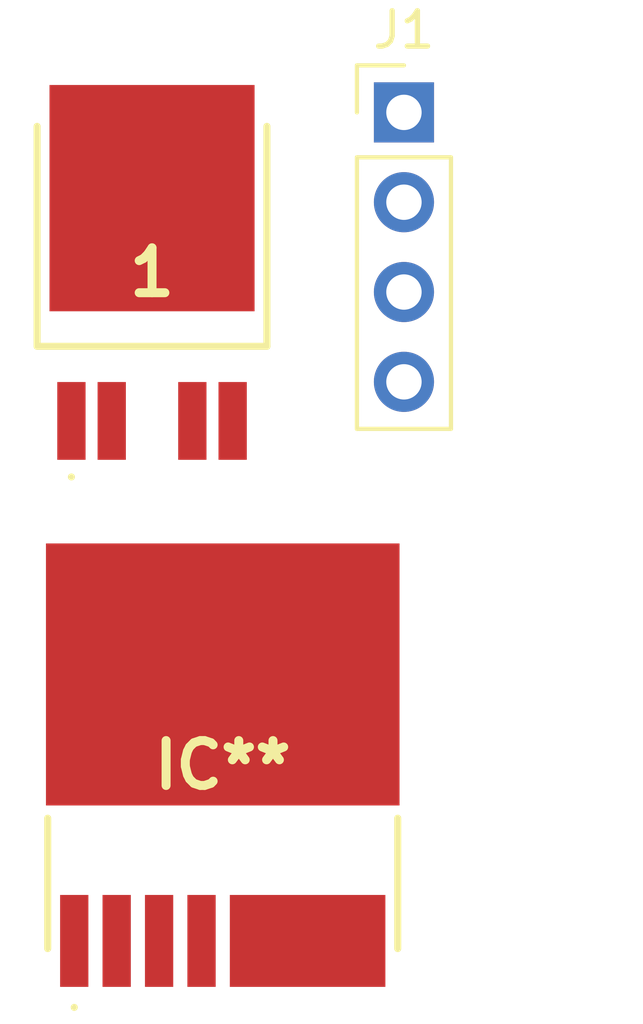
<source format=kicad_pcb>
(kicad_pcb (version 20211014) (generator pcbnew)
  (layers (0 "F.Cu" signal) (31 "B.Cu" signal) (34 "B.Paste" user) (35 "F.Paste" user) (36 "B.SilkS" user "B.Silkscreen") (37 "F.SilkS" user "F.Silkscreen") (38 "B.Mask" user) (39 "F.Mask" user) (44 "Edge.Cuts" user))
  (net 0 "")
  (footprint "Connector_PinHeader_2.54mm:PinHeader_1x04_P2.54mm_Vertical" (layer "F.Cu") (at 57.125 48.54)
    (fp_text reference "J1" (at 0 -2.33) (layer "F.SilkS"))
    (fp_text value "Conn_01x04_Male")
    (fp_line (start 1.33 1.27) (end 1.33 8.95) (layer "F.SilkS") (width 0.12))
    (fp_line (start -1.33 -1.33) (end 0 -1.33) (layer "F.SilkS") (width 0.12))
    (fp_line (start -1.33 0) (end -1.33 -1.33) (layer "F.SilkS") (width 0.12))
    (fp_line (start -1.33 1.27) (end -1.33 8.95) (layer "F.SilkS") (width 0.12))
    (fp_line (start -1.33 8.95) (end 1.33 8.95) (layer "F.SilkS") (width 0.12))
    (fp_line (start -1.33 1.27) (end 1.33 1.27) (layer "F.SilkS") (width 0.12))
    (pad "1" thru_hole rect (at 0 0) (size 1.7 1.7) (drill 1) (layers *.Cu *.Mask))
    (pad "2" thru_hole oval (at 0 2.54) (size 1.7 1.7) (drill 1) (layers *.Cu *.Mask))
    (pad "3" thru_hole oval (at 0 5.08) (size 1.7 1.7) (drill 1) (layers *.Cu *.Mask))
    (pad "4" thru_hole oval (at 0 7.62) (size 1.7 1.7) (drill 1) (layers *.Cu *.Mask))
  )
  (footprint "PDM_Additional:BTS500101LUAAUMA1" (layer "F.Cu") (at 52 67)
    (fp_text reference "IC**" (at 0 0) (layer "F.SilkS") (effects (font (size 1.27 1.27) (thickness 0.254))))
    (fp_text value "BTS500101LUAAUMA1" hide)
    (fp_line (start -4.2 6.8) (end -4.2 6.8) (layer "F.SilkS") (width 0.1))
    (fp_line (start 4.95 1.5) (end 4.95 5.188) (layer "F.SilkS") (width 0.2))
    (fp_line (start -4.2 6.9) (end -4.2 6.9) (layer "F.SilkS") (width 0.1))
    (fp_line (start -4.95 1.5) (end -4.95 5.188) (layer "F.SilkS") (width 0.2))
    (fp_arc (start -4.2 6.8) (mid -4.15 6.85) (end -4.2 6.9) (layer "F.SilkS") (width 0.1))
    (fp_arc (start -4.2 6.9) (mid -4.25 6.85) (end -4.2 6.8) (layer "F.SilkS") (width 0.1))
    (pad "1" smd rect (at -4.2 4.97) (size 0.8 2.6) (layers "F.Cu" "F.Paste" "F.Mask"))
    (pad "2" smd rect (at -3 4.97) (size 0.8 2.6) (layers "F.Cu" "F.Paste" "F.Mask"))
    (pad "3" smd rect (at -1.8 4.97) (size 0.8 2.6) (layers "F.Cu" "F.Paste" "F.Mask"))
    (pad "4" smd rect (at -0.6 4.97) (size 0.8 2.6) (layers "F.Cu" "F.Paste" "F.Mask"))
    (pad "5" smd rect (at 2.4 4.97 90) (size 2.6 4.4) (layers "F.Cu" "F.Paste" "F.Mask"))
    (pad "9" smd rect (at 0 -2.565 90) (size 7.41 10) (layers "F.Cu" "F.Paste" "F.Mask"))
  )
  (footprint "PDM_Additional:BTS500251TEA" (layer "F.Cu") (at 50 53.1)
    (fp_text reference "1" (at 0 -0.035) (layer "F.SilkS") (effects (font (size 1.27 1.27) (thickness 0.254))))
    (fp_text value "BTS50025-1TEA" hide)
    (fp_line (start -3.25 -4.165) (end -3.25 2.055) (layer "F.SilkS") (width 0.2))
    (fp_line (start 3.25 2.055) (end 3.25 -4.165) (layer "F.SilkS") (width 0.2))
    (fp_line (start -2.28 5.7) (end -2.28 5.7) (layer "F.SilkS") (width 0.1))
    (fp_line (start -2.28 5.8) (end -2.28 5.8) (layer "F.SilkS") (width 0.1))
    (fp_line (start -3.25 2.055) (end 3.25 2.055) (layer "F.SilkS") (width 0.2))
    (fp_arc (start -2.28 5.8) (mid -2.33 5.75) (end -2.28 5.7) (layer "F.SilkS") (width 0.1))
    (fp_arc (start -2.28 5.7) (mid -2.23 5.75) (end -2.28 5.8) (layer "F.SilkS") (width 0.1))
    (pad "1" smd rect (at -2.28 4.165) (size 0.8 2.2) (layers "F.Cu" "F.Paste" "F.Mask"))
    (pad "2" smd rect (at -1.14 4.165) (size 0.8 2.2) (layers "F.Cu" "F.Paste" "F.Mask"))
    (pad "3" smd rect (at 0 -2.135) (size 5.8 6.4) (layers "F.Cu" "F.Paste" "F.Mask"))
    (pad "4" smd rect (at 1.14 4.165) (size 0.8 2.2) (layers "F.Cu" "F.Paste" "F.Mask"))
    (pad "5" smd rect (at 2.28 4.165) (size 0.8 2.2) (layers "F.Cu" "F.Paste" "F.Mask"))
  )
)
</source>
